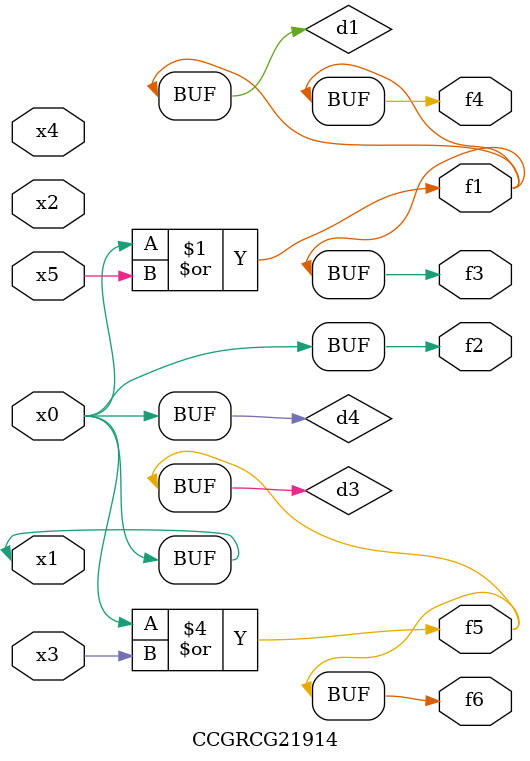
<source format=v>
module CCGRCG21914(
	input x0, x1, x2, x3, x4, x5,
	output f1, f2, f3, f4, f5, f6
);

	wire d1, d2, d3, d4;

	or (d1, x0, x5);
	xnor (d2, x1, x4);
	or (d3, x0, x3);
	buf (d4, x0, x1);
	assign f1 = d1;
	assign f2 = d4;
	assign f3 = d1;
	assign f4 = d1;
	assign f5 = d3;
	assign f6 = d3;
endmodule

</source>
